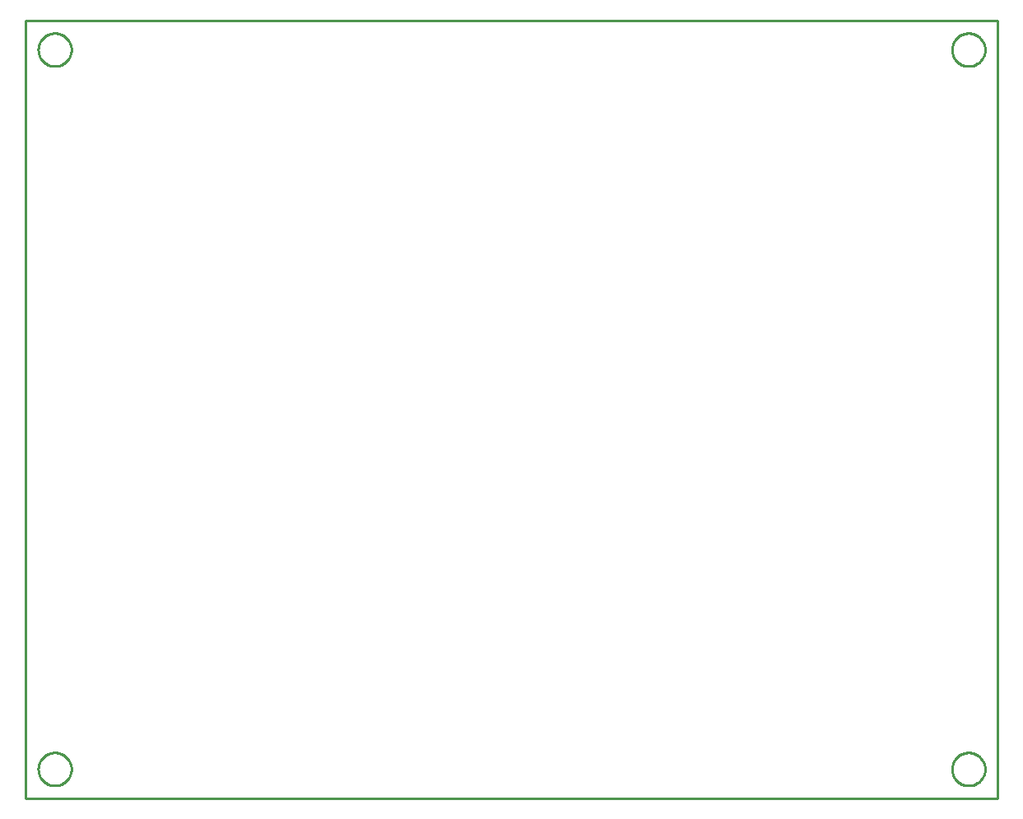
<source format=gbr>
G04 EAGLE Gerber RS-274X export*
G75*
%MOMM*%
%FSLAX34Y34*%
%LPD*%
%IN*%
%IPPOS*%
%AMOC8*
5,1,8,0,0,1.08239X$1,22.5*%
G01*
%ADD10C,0.000000*%
%ADD11C,0.254000*%


D10*
X0Y0D02*
X1000000Y0D01*
X1000000Y800000D01*
X0Y800000D01*
X0Y0D01*
X953000Y770000D02*
X953005Y770417D01*
X953020Y770834D01*
X953046Y771251D01*
X953082Y771666D01*
X953128Y772081D01*
X953184Y772494D01*
X953250Y772906D01*
X953327Y773317D01*
X953413Y773725D01*
X953509Y774131D01*
X953616Y774534D01*
X953732Y774935D01*
X953858Y775333D01*
X953994Y775727D01*
X954139Y776118D01*
X954294Y776506D01*
X954458Y776889D01*
X954632Y777268D01*
X954815Y777643D01*
X955007Y778014D01*
X955209Y778379D01*
X955419Y778740D01*
X955637Y779095D01*
X955865Y779445D01*
X956101Y779789D01*
X956345Y780127D01*
X956598Y780459D01*
X956859Y780785D01*
X957127Y781104D01*
X957404Y781417D01*
X957688Y781722D01*
X957979Y782021D01*
X958278Y782312D01*
X958583Y782596D01*
X958896Y782873D01*
X959215Y783141D01*
X959541Y783402D01*
X959873Y783655D01*
X960211Y783899D01*
X960555Y784135D01*
X960905Y784363D01*
X961260Y784581D01*
X961621Y784791D01*
X961986Y784993D01*
X962357Y785185D01*
X962732Y785368D01*
X963111Y785542D01*
X963494Y785706D01*
X963882Y785861D01*
X964273Y786006D01*
X964667Y786142D01*
X965065Y786268D01*
X965466Y786384D01*
X965869Y786491D01*
X966275Y786587D01*
X966683Y786673D01*
X967094Y786750D01*
X967506Y786816D01*
X967919Y786872D01*
X968334Y786918D01*
X968749Y786954D01*
X969166Y786980D01*
X969583Y786995D01*
X970000Y787000D01*
X970417Y786995D01*
X970834Y786980D01*
X971251Y786954D01*
X971666Y786918D01*
X972081Y786872D01*
X972494Y786816D01*
X972906Y786750D01*
X973317Y786673D01*
X973725Y786587D01*
X974131Y786491D01*
X974534Y786384D01*
X974935Y786268D01*
X975333Y786142D01*
X975727Y786006D01*
X976118Y785861D01*
X976506Y785706D01*
X976889Y785542D01*
X977268Y785368D01*
X977643Y785185D01*
X978014Y784993D01*
X978379Y784791D01*
X978740Y784581D01*
X979095Y784363D01*
X979445Y784135D01*
X979789Y783899D01*
X980127Y783655D01*
X980459Y783402D01*
X980785Y783141D01*
X981104Y782873D01*
X981417Y782596D01*
X981722Y782312D01*
X982021Y782021D01*
X982312Y781722D01*
X982596Y781417D01*
X982873Y781104D01*
X983141Y780785D01*
X983402Y780459D01*
X983655Y780127D01*
X983899Y779789D01*
X984135Y779445D01*
X984363Y779095D01*
X984581Y778740D01*
X984791Y778379D01*
X984993Y778014D01*
X985185Y777643D01*
X985368Y777268D01*
X985542Y776889D01*
X985706Y776506D01*
X985861Y776118D01*
X986006Y775727D01*
X986142Y775333D01*
X986268Y774935D01*
X986384Y774534D01*
X986491Y774131D01*
X986587Y773725D01*
X986673Y773317D01*
X986750Y772906D01*
X986816Y772494D01*
X986872Y772081D01*
X986918Y771666D01*
X986954Y771251D01*
X986980Y770834D01*
X986995Y770417D01*
X987000Y770000D01*
X986995Y769583D01*
X986980Y769166D01*
X986954Y768749D01*
X986918Y768334D01*
X986872Y767919D01*
X986816Y767506D01*
X986750Y767094D01*
X986673Y766683D01*
X986587Y766275D01*
X986491Y765869D01*
X986384Y765466D01*
X986268Y765065D01*
X986142Y764667D01*
X986006Y764273D01*
X985861Y763882D01*
X985706Y763494D01*
X985542Y763111D01*
X985368Y762732D01*
X985185Y762357D01*
X984993Y761986D01*
X984791Y761621D01*
X984581Y761260D01*
X984363Y760905D01*
X984135Y760555D01*
X983899Y760211D01*
X983655Y759873D01*
X983402Y759541D01*
X983141Y759215D01*
X982873Y758896D01*
X982596Y758583D01*
X982312Y758278D01*
X982021Y757979D01*
X981722Y757688D01*
X981417Y757404D01*
X981104Y757127D01*
X980785Y756859D01*
X980459Y756598D01*
X980127Y756345D01*
X979789Y756101D01*
X979445Y755865D01*
X979095Y755637D01*
X978740Y755419D01*
X978379Y755209D01*
X978014Y755007D01*
X977643Y754815D01*
X977268Y754632D01*
X976889Y754458D01*
X976506Y754294D01*
X976118Y754139D01*
X975727Y753994D01*
X975333Y753858D01*
X974935Y753732D01*
X974534Y753616D01*
X974131Y753509D01*
X973725Y753413D01*
X973317Y753327D01*
X972906Y753250D01*
X972494Y753184D01*
X972081Y753128D01*
X971666Y753082D01*
X971251Y753046D01*
X970834Y753020D01*
X970417Y753005D01*
X970000Y753000D01*
X969583Y753005D01*
X969166Y753020D01*
X968749Y753046D01*
X968334Y753082D01*
X967919Y753128D01*
X967506Y753184D01*
X967094Y753250D01*
X966683Y753327D01*
X966275Y753413D01*
X965869Y753509D01*
X965466Y753616D01*
X965065Y753732D01*
X964667Y753858D01*
X964273Y753994D01*
X963882Y754139D01*
X963494Y754294D01*
X963111Y754458D01*
X962732Y754632D01*
X962357Y754815D01*
X961986Y755007D01*
X961621Y755209D01*
X961260Y755419D01*
X960905Y755637D01*
X960555Y755865D01*
X960211Y756101D01*
X959873Y756345D01*
X959541Y756598D01*
X959215Y756859D01*
X958896Y757127D01*
X958583Y757404D01*
X958278Y757688D01*
X957979Y757979D01*
X957688Y758278D01*
X957404Y758583D01*
X957127Y758896D01*
X956859Y759215D01*
X956598Y759541D01*
X956345Y759873D01*
X956101Y760211D01*
X955865Y760555D01*
X955637Y760905D01*
X955419Y761260D01*
X955209Y761621D01*
X955007Y761986D01*
X954815Y762357D01*
X954632Y762732D01*
X954458Y763111D01*
X954294Y763494D01*
X954139Y763882D01*
X953994Y764273D01*
X953858Y764667D01*
X953732Y765065D01*
X953616Y765466D01*
X953509Y765869D01*
X953413Y766275D01*
X953327Y766683D01*
X953250Y767094D01*
X953184Y767506D01*
X953128Y767919D01*
X953082Y768334D01*
X953046Y768749D01*
X953020Y769166D01*
X953005Y769583D01*
X953000Y770000D01*
X953000Y30000D02*
X953005Y30417D01*
X953020Y30834D01*
X953046Y31251D01*
X953082Y31666D01*
X953128Y32081D01*
X953184Y32494D01*
X953250Y32906D01*
X953327Y33317D01*
X953413Y33725D01*
X953509Y34131D01*
X953616Y34534D01*
X953732Y34935D01*
X953858Y35333D01*
X953994Y35727D01*
X954139Y36118D01*
X954294Y36506D01*
X954458Y36889D01*
X954632Y37268D01*
X954815Y37643D01*
X955007Y38014D01*
X955209Y38379D01*
X955419Y38740D01*
X955637Y39095D01*
X955865Y39445D01*
X956101Y39789D01*
X956345Y40127D01*
X956598Y40459D01*
X956859Y40785D01*
X957127Y41104D01*
X957404Y41417D01*
X957688Y41722D01*
X957979Y42021D01*
X958278Y42312D01*
X958583Y42596D01*
X958896Y42873D01*
X959215Y43141D01*
X959541Y43402D01*
X959873Y43655D01*
X960211Y43899D01*
X960555Y44135D01*
X960905Y44363D01*
X961260Y44581D01*
X961621Y44791D01*
X961986Y44993D01*
X962357Y45185D01*
X962732Y45368D01*
X963111Y45542D01*
X963494Y45706D01*
X963882Y45861D01*
X964273Y46006D01*
X964667Y46142D01*
X965065Y46268D01*
X965466Y46384D01*
X965869Y46491D01*
X966275Y46587D01*
X966683Y46673D01*
X967094Y46750D01*
X967506Y46816D01*
X967919Y46872D01*
X968334Y46918D01*
X968749Y46954D01*
X969166Y46980D01*
X969583Y46995D01*
X970000Y47000D01*
X970417Y46995D01*
X970834Y46980D01*
X971251Y46954D01*
X971666Y46918D01*
X972081Y46872D01*
X972494Y46816D01*
X972906Y46750D01*
X973317Y46673D01*
X973725Y46587D01*
X974131Y46491D01*
X974534Y46384D01*
X974935Y46268D01*
X975333Y46142D01*
X975727Y46006D01*
X976118Y45861D01*
X976506Y45706D01*
X976889Y45542D01*
X977268Y45368D01*
X977643Y45185D01*
X978014Y44993D01*
X978379Y44791D01*
X978740Y44581D01*
X979095Y44363D01*
X979445Y44135D01*
X979789Y43899D01*
X980127Y43655D01*
X980459Y43402D01*
X980785Y43141D01*
X981104Y42873D01*
X981417Y42596D01*
X981722Y42312D01*
X982021Y42021D01*
X982312Y41722D01*
X982596Y41417D01*
X982873Y41104D01*
X983141Y40785D01*
X983402Y40459D01*
X983655Y40127D01*
X983899Y39789D01*
X984135Y39445D01*
X984363Y39095D01*
X984581Y38740D01*
X984791Y38379D01*
X984993Y38014D01*
X985185Y37643D01*
X985368Y37268D01*
X985542Y36889D01*
X985706Y36506D01*
X985861Y36118D01*
X986006Y35727D01*
X986142Y35333D01*
X986268Y34935D01*
X986384Y34534D01*
X986491Y34131D01*
X986587Y33725D01*
X986673Y33317D01*
X986750Y32906D01*
X986816Y32494D01*
X986872Y32081D01*
X986918Y31666D01*
X986954Y31251D01*
X986980Y30834D01*
X986995Y30417D01*
X987000Y30000D01*
X986995Y29583D01*
X986980Y29166D01*
X986954Y28749D01*
X986918Y28334D01*
X986872Y27919D01*
X986816Y27506D01*
X986750Y27094D01*
X986673Y26683D01*
X986587Y26275D01*
X986491Y25869D01*
X986384Y25466D01*
X986268Y25065D01*
X986142Y24667D01*
X986006Y24273D01*
X985861Y23882D01*
X985706Y23494D01*
X985542Y23111D01*
X985368Y22732D01*
X985185Y22357D01*
X984993Y21986D01*
X984791Y21621D01*
X984581Y21260D01*
X984363Y20905D01*
X984135Y20555D01*
X983899Y20211D01*
X983655Y19873D01*
X983402Y19541D01*
X983141Y19215D01*
X982873Y18896D01*
X982596Y18583D01*
X982312Y18278D01*
X982021Y17979D01*
X981722Y17688D01*
X981417Y17404D01*
X981104Y17127D01*
X980785Y16859D01*
X980459Y16598D01*
X980127Y16345D01*
X979789Y16101D01*
X979445Y15865D01*
X979095Y15637D01*
X978740Y15419D01*
X978379Y15209D01*
X978014Y15007D01*
X977643Y14815D01*
X977268Y14632D01*
X976889Y14458D01*
X976506Y14294D01*
X976118Y14139D01*
X975727Y13994D01*
X975333Y13858D01*
X974935Y13732D01*
X974534Y13616D01*
X974131Y13509D01*
X973725Y13413D01*
X973317Y13327D01*
X972906Y13250D01*
X972494Y13184D01*
X972081Y13128D01*
X971666Y13082D01*
X971251Y13046D01*
X970834Y13020D01*
X970417Y13005D01*
X970000Y13000D01*
X969583Y13005D01*
X969166Y13020D01*
X968749Y13046D01*
X968334Y13082D01*
X967919Y13128D01*
X967506Y13184D01*
X967094Y13250D01*
X966683Y13327D01*
X966275Y13413D01*
X965869Y13509D01*
X965466Y13616D01*
X965065Y13732D01*
X964667Y13858D01*
X964273Y13994D01*
X963882Y14139D01*
X963494Y14294D01*
X963111Y14458D01*
X962732Y14632D01*
X962357Y14815D01*
X961986Y15007D01*
X961621Y15209D01*
X961260Y15419D01*
X960905Y15637D01*
X960555Y15865D01*
X960211Y16101D01*
X959873Y16345D01*
X959541Y16598D01*
X959215Y16859D01*
X958896Y17127D01*
X958583Y17404D01*
X958278Y17688D01*
X957979Y17979D01*
X957688Y18278D01*
X957404Y18583D01*
X957127Y18896D01*
X956859Y19215D01*
X956598Y19541D01*
X956345Y19873D01*
X956101Y20211D01*
X955865Y20555D01*
X955637Y20905D01*
X955419Y21260D01*
X955209Y21621D01*
X955007Y21986D01*
X954815Y22357D01*
X954632Y22732D01*
X954458Y23111D01*
X954294Y23494D01*
X954139Y23882D01*
X953994Y24273D01*
X953858Y24667D01*
X953732Y25065D01*
X953616Y25466D01*
X953509Y25869D01*
X953413Y26275D01*
X953327Y26683D01*
X953250Y27094D01*
X953184Y27506D01*
X953128Y27919D01*
X953082Y28334D01*
X953046Y28749D01*
X953020Y29166D01*
X953005Y29583D01*
X953000Y30000D01*
X13000Y770000D02*
X13005Y770417D01*
X13020Y770834D01*
X13046Y771251D01*
X13082Y771666D01*
X13128Y772081D01*
X13184Y772494D01*
X13250Y772906D01*
X13327Y773317D01*
X13413Y773725D01*
X13509Y774131D01*
X13616Y774534D01*
X13732Y774935D01*
X13858Y775333D01*
X13994Y775727D01*
X14139Y776118D01*
X14294Y776506D01*
X14458Y776889D01*
X14632Y777268D01*
X14815Y777643D01*
X15007Y778014D01*
X15209Y778379D01*
X15419Y778740D01*
X15637Y779095D01*
X15865Y779445D01*
X16101Y779789D01*
X16345Y780127D01*
X16598Y780459D01*
X16859Y780785D01*
X17127Y781104D01*
X17404Y781417D01*
X17688Y781722D01*
X17979Y782021D01*
X18278Y782312D01*
X18583Y782596D01*
X18896Y782873D01*
X19215Y783141D01*
X19541Y783402D01*
X19873Y783655D01*
X20211Y783899D01*
X20555Y784135D01*
X20905Y784363D01*
X21260Y784581D01*
X21621Y784791D01*
X21986Y784993D01*
X22357Y785185D01*
X22732Y785368D01*
X23111Y785542D01*
X23494Y785706D01*
X23882Y785861D01*
X24273Y786006D01*
X24667Y786142D01*
X25065Y786268D01*
X25466Y786384D01*
X25869Y786491D01*
X26275Y786587D01*
X26683Y786673D01*
X27094Y786750D01*
X27506Y786816D01*
X27919Y786872D01*
X28334Y786918D01*
X28749Y786954D01*
X29166Y786980D01*
X29583Y786995D01*
X30000Y787000D01*
X30417Y786995D01*
X30834Y786980D01*
X31251Y786954D01*
X31666Y786918D01*
X32081Y786872D01*
X32494Y786816D01*
X32906Y786750D01*
X33317Y786673D01*
X33725Y786587D01*
X34131Y786491D01*
X34534Y786384D01*
X34935Y786268D01*
X35333Y786142D01*
X35727Y786006D01*
X36118Y785861D01*
X36506Y785706D01*
X36889Y785542D01*
X37268Y785368D01*
X37643Y785185D01*
X38014Y784993D01*
X38379Y784791D01*
X38740Y784581D01*
X39095Y784363D01*
X39445Y784135D01*
X39789Y783899D01*
X40127Y783655D01*
X40459Y783402D01*
X40785Y783141D01*
X41104Y782873D01*
X41417Y782596D01*
X41722Y782312D01*
X42021Y782021D01*
X42312Y781722D01*
X42596Y781417D01*
X42873Y781104D01*
X43141Y780785D01*
X43402Y780459D01*
X43655Y780127D01*
X43899Y779789D01*
X44135Y779445D01*
X44363Y779095D01*
X44581Y778740D01*
X44791Y778379D01*
X44993Y778014D01*
X45185Y777643D01*
X45368Y777268D01*
X45542Y776889D01*
X45706Y776506D01*
X45861Y776118D01*
X46006Y775727D01*
X46142Y775333D01*
X46268Y774935D01*
X46384Y774534D01*
X46491Y774131D01*
X46587Y773725D01*
X46673Y773317D01*
X46750Y772906D01*
X46816Y772494D01*
X46872Y772081D01*
X46918Y771666D01*
X46954Y771251D01*
X46980Y770834D01*
X46995Y770417D01*
X47000Y770000D01*
X46995Y769583D01*
X46980Y769166D01*
X46954Y768749D01*
X46918Y768334D01*
X46872Y767919D01*
X46816Y767506D01*
X46750Y767094D01*
X46673Y766683D01*
X46587Y766275D01*
X46491Y765869D01*
X46384Y765466D01*
X46268Y765065D01*
X46142Y764667D01*
X46006Y764273D01*
X45861Y763882D01*
X45706Y763494D01*
X45542Y763111D01*
X45368Y762732D01*
X45185Y762357D01*
X44993Y761986D01*
X44791Y761621D01*
X44581Y761260D01*
X44363Y760905D01*
X44135Y760555D01*
X43899Y760211D01*
X43655Y759873D01*
X43402Y759541D01*
X43141Y759215D01*
X42873Y758896D01*
X42596Y758583D01*
X42312Y758278D01*
X42021Y757979D01*
X41722Y757688D01*
X41417Y757404D01*
X41104Y757127D01*
X40785Y756859D01*
X40459Y756598D01*
X40127Y756345D01*
X39789Y756101D01*
X39445Y755865D01*
X39095Y755637D01*
X38740Y755419D01*
X38379Y755209D01*
X38014Y755007D01*
X37643Y754815D01*
X37268Y754632D01*
X36889Y754458D01*
X36506Y754294D01*
X36118Y754139D01*
X35727Y753994D01*
X35333Y753858D01*
X34935Y753732D01*
X34534Y753616D01*
X34131Y753509D01*
X33725Y753413D01*
X33317Y753327D01*
X32906Y753250D01*
X32494Y753184D01*
X32081Y753128D01*
X31666Y753082D01*
X31251Y753046D01*
X30834Y753020D01*
X30417Y753005D01*
X30000Y753000D01*
X29583Y753005D01*
X29166Y753020D01*
X28749Y753046D01*
X28334Y753082D01*
X27919Y753128D01*
X27506Y753184D01*
X27094Y753250D01*
X26683Y753327D01*
X26275Y753413D01*
X25869Y753509D01*
X25466Y753616D01*
X25065Y753732D01*
X24667Y753858D01*
X24273Y753994D01*
X23882Y754139D01*
X23494Y754294D01*
X23111Y754458D01*
X22732Y754632D01*
X22357Y754815D01*
X21986Y755007D01*
X21621Y755209D01*
X21260Y755419D01*
X20905Y755637D01*
X20555Y755865D01*
X20211Y756101D01*
X19873Y756345D01*
X19541Y756598D01*
X19215Y756859D01*
X18896Y757127D01*
X18583Y757404D01*
X18278Y757688D01*
X17979Y757979D01*
X17688Y758278D01*
X17404Y758583D01*
X17127Y758896D01*
X16859Y759215D01*
X16598Y759541D01*
X16345Y759873D01*
X16101Y760211D01*
X15865Y760555D01*
X15637Y760905D01*
X15419Y761260D01*
X15209Y761621D01*
X15007Y761986D01*
X14815Y762357D01*
X14632Y762732D01*
X14458Y763111D01*
X14294Y763494D01*
X14139Y763882D01*
X13994Y764273D01*
X13858Y764667D01*
X13732Y765065D01*
X13616Y765466D01*
X13509Y765869D01*
X13413Y766275D01*
X13327Y766683D01*
X13250Y767094D01*
X13184Y767506D01*
X13128Y767919D01*
X13082Y768334D01*
X13046Y768749D01*
X13020Y769166D01*
X13005Y769583D01*
X13000Y770000D01*
X13000Y30000D02*
X13005Y30417D01*
X13020Y30834D01*
X13046Y31251D01*
X13082Y31666D01*
X13128Y32081D01*
X13184Y32494D01*
X13250Y32906D01*
X13327Y33317D01*
X13413Y33725D01*
X13509Y34131D01*
X13616Y34534D01*
X13732Y34935D01*
X13858Y35333D01*
X13994Y35727D01*
X14139Y36118D01*
X14294Y36506D01*
X14458Y36889D01*
X14632Y37268D01*
X14815Y37643D01*
X15007Y38014D01*
X15209Y38379D01*
X15419Y38740D01*
X15637Y39095D01*
X15865Y39445D01*
X16101Y39789D01*
X16345Y40127D01*
X16598Y40459D01*
X16859Y40785D01*
X17127Y41104D01*
X17404Y41417D01*
X17688Y41722D01*
X17979Y42021D01*
X18278Y42312D01*
X18583Y42596D01*
X18896Y42873D01*
X19215Y43141D01*
X19541Y43402D01*
X19873Y43655D01*
X20211Y43899D01*
X20555Y44135D01*
X20905Y44363D01*
X21260Y44581D01*
X21621Y44791D01*
X21986Y44993D01*
X22357Y45185D01*
X22732Y45368D01*
X23111Y45542D01*
X23494Y45706D01*
X23882Y45861D01*
X24273Y46006D01*
X24667Y46142D01*
X25065Y46268D01*
X25466Y46384D01*
X25869Y46491D01*
X26275Y46587D01*
X26683Y46673D01*
X27094Y46750D01*
X27506Y46816D01*
X27919Y46872D01*
X28334Y46918D01*
X28749Y46954D01*
X29166Y46980D01*
X29583Y46995D01*
X30000Y47000D01*
X30417Y46995D01*
X30834Y46980D01*
X31251Y46954D01*
X31666Y46918D01*
X32081Y46872D01*
X32494Y46816D01*
X32906Y46750D01*
X33317Y46673D01*
X33725Y46587D01*
X34131Y46491D01*
X34534Y46384D01*
X34935Y46268D01*
X35333Y46142D01*
X35727Y46006D01*
X36118Y45861D01*
X36506Y45706D01*
X36889Y45542D01*
X37268Y45368D01*
X37643Y45185D01*
X38014Y44993D01*
X38379Y44791D01*
X38740Y44581D01*
X39095Y44363D01*
X39445Y44135D01*
X39789Y43899D01*
X40127Y43655D01*
X40459Y43402D01*
X40785Y43141D01*
X41104Y42873D01*
X41417Y42596D01*
X41722Y42312D01*
X42021Y42021D01*
X42312Y41722D01*
X42596Y41417D01*
X42873Y41104D01*
X43141Y40785D01*
X43402Y40459D01*
X43655Y40127D01*
X43899Y39789D01*
X44135Y39445D01*
X44363Y39095D01*
X44581Y38740D01*
X44791Y38379D01*
X44993Y38014D01*
X45185Y37643D01*
X45368Y37268D01*
X45542Y36889D01*
X45706Y36506D01*
X45861Y36118D01*
X46006Y35727D01*
X46142Y35333D01*
X46268Y34935D01*
X46384Y34534D01*
X46491Y34131D01*
X46587Y33725D01*
X46673Y33317D01*
X46750Y32906D01*
X46816Y32494D01*
X46872Y32081D01*
X46918Y31666D01*
X46954Y31251D01*
X46980Y30834D01*
X46995Y30417D01*
X47000Y30000D01*
X46995Y29583D01*
X46980Y29166D01*
X46954Y28749D01*
X46918Y28334D01*
X46872Y27919D01*
X46816Y27506D01*
X46750Y27094D01*
X46673Y26683D01*
X46587Y26275D01*
X46491Y25869D01*
X46384Y25466D01*
X46268Y25065D01*
X46142Y24667D01*
X46006Y24273D01*
X45861Y23882D01*
X45706Y23494D01*
X45542Y23111D01*
X45368Y22732D01*
X45185Y22357D01*
X44993Y21986D01*
X44791Y21621D01*
X44581Y21260D01*
X44363Y20905D01*
X44135Y20555D01*
X43899Y20211D01*
X43655Y19873D01*
X43402Y19541D01*
X43141Y19215D01*
X42873Y18896D01*
X42596Y18583D01*
X42312Y18278D01*
X42021Y17979D01*
X41722Y17688D01*
X41417Y17404D01*
X41104Y17127D01*
X40785Y16859D01*
X40459Y16598D01*
X40127Y16345D01*
X39789Y16101D01*
X39445Y15865D01*
X39095Y15637D01*
X38740Y15419D01*
X38379Y15209D01*
X38014Y15007D01*
X37643Y14815D01*
X37268Y14632D01*
X36889Y14458D01*
X36506Y14294D01*
X36118Y14139D01*
X35727Y13994D01*
X35333Y13858D01*
X34935Y13732D01*
X34534Y13616D01*
X34131Y13509D01*
X33725Y13413D01*
X33317Y13327D01*
X32906Y13250D01*
X32494Y13184D01*
X32081Y13128D01*
X31666Y13082D01*
X31251Y13046D01*
X30834Y13020D01*
X30417Y13005D01*
X30000Y13000D01*
X29583Y13005D01*
X29166Y13020D01*
X28749Y13046D01*
X28334Y13082D01*
X27919Y13128D01*
X27506Y13184D01*
X27094Y13250D01*
X26683Y13327D01*
X26275Y13413D01*
X25869Y13509D01*
X25466Y13616D01*
X25065Y13732D01*
X24667Y13858D01*
X24273Y13994D01*
X23882Y14139D01*
X23494Y14294D01*
X23111Y14458D01*
X22732Y14632D01*
X22357Y14815D01*
X21986Y15007D01*
X21621Y15209D01*
X21260Y15419D01*
X20905Y15637D01*
X20555Y15865D01*
X20211Y16101D01*
X19873Y16345D01*
X19541Y16598D01*
X19215Y16859D01*
X18896Y17127D01*
X18583Y17404D01*
X18278Y17688D01*
X17979Y17979D01*
X17688Y18278D01*
X17404Y18583D01*
X17127Y18896D01*
X16859Y19215D01*
X16598Y19541D01*
X16345Y19873D01*
X16101Y20211D01*
X15865Y20555D01*
X15637Y20905D01*
X15419Y21260D01*
X15209Y21621D01*
X15007Y21986D01*
X14815Y22357D01*
X14632Y22732D01*
X14458Y23111D01*
X14294Y23494D01*
X14139Y23882D01*
X13994Y24273D01*
X13858Y24667D01*
X13732Y25065D01*
X13616Y25466D01*
X13509Y25869D01*
X13413Y26275D01*
X13327Y26683D01*
X13250Y27094D01*
X13184Y27506D01*
X13128Y27919D01*
X13082Y28334D01*
X13046Y28749D01*
X13020Y29166D01*
X13005Y29583D01*
X13000Y30000D01*
D11*
X0Y0D02*
X1000000Y0D01*
X1000000Y800000D01*
X0Y800000D01*
X0Y0D01*
X987000Y769443D02*
X986927Y768333D01*
X986782Y767229D01*
X986565Y766138D01*
X986277Y765063D01*
X985919Y764009D01*
X985493Y762980D01*
X985001Y761982D01*
X984444Y761018D01*
X983826Y760093D01*
X983148Y759210D01*
X982414Y758373D01*
X981627Y757586D01*
X980790Y756852D01*
X979907Y756174D01*
X978982Y755556D01*
X978018Y754999D01*
X977020Y754507D01*
X975991Y754081D01*
X974937Y753723D01*
X973862Y753435D01*
X972771Y753218D01*
X971667Y753073D01*
X970557Y753000D01*
X969443Y753000D01*
X968333Y753073D01*
X967229Y753218D01*
X966138Y753435D01*
X965063Y753723D01*
X964009Y754081D01*
X962980Y754507D01*
X961982Y754999D01*
X961018Y755556D01*
X960093Y756174D01*
X959210Y756852D01*
X958373Y757586D01*
X957586Y758373D01*
X956852Y759210D01*
X956174Y760093D01*
X955556Y761018D01*
X954999Y761982D01*
X954507Y762980D01*
X954081Y764009D01*
X953723Y765063D01*
X953435Y766138D01*
X953218Y767229D01*
X953073Y768333D01*
X953000Y769443D01*
X953000Y770557D01*
X953073Y771667D01*
X953218Y772771D01*
X953435Y773862D01*
X953723Y774937D01*
X954081Y775991D01*
X954507Y777020D01*
X954999Y778018D01*
X955556Y778982D01*
X956174Y779907D01*
X956852Y780790D01*
X957586Y781627D01*
X958373Y782414D01*
X959210Y783148D01*
X960093Y783826D01*
X961018Y784444D01*
X961982Y785001D01*
X962980Y785493D01*
X964009Y785919D01*
X965063Y786277D01*
X966138Y786565D01*
X967229Y786782D01*
X968333Y786927D01*
X969443Y787000D01*
X970557Y787000D01*
X971667Y786927D01*
X972771Y786782D01*
X973862Y786565D01*
X974937Y786277D01*
X975991Y785919D01*
X977020Y785493D01*
X978018Y785001D01*
X978982Y784444D01*
X979907Y783826D01*
X980790Y783148D01*
X981627Y782414D01*
X982414Y781627D01*
X983148Y780790D01*
X983826Y779907D01*
X984444Y778982D01*
X985001Y778018D01*
X985493Y777020D01*
X985919Y775991D01*
X986277Y774937D01*
X986565Y773862D01*
X986782Y772771D01*
X986927Y771667D01*
X987000Y770557D01*
X987000Y769443D01*
X987000Y29443D02*
X986927Y28333D01*
X986782Y27229D01*
X986565Y26138D01*
X986277Y25063D01*
X985919Y24009D01*
X985493Y22980D01*
X985001Y21982D01*
X984444Y21018D01*
X983826Y20093D01*
X983148Y19210D01*
X982414Y18373D01*
X981627Y17586D01*
X980790Y16852D01*
X979907Y16174D01*
X978982Y15556D01*
X978018Y14999D01*
X977020Y14507D01*
X975991Y14081D01*
X974937Y13723D01*
X973862Y13435D01*
X972771Y13218D01*
X971667Y13073D01*
X970557Y13000D01*
X969443Y13000D01*
X968333Y13073D01*
X967229Y13218D01*
X966138Y13435D01*
X965063Y13723D01*
X964009Y14081D01*
X962980Y14507D01*
X961982Y14999D01*
X961018Y15556D01*
X960093Y16174D01*
X959210Y16852D01*
X958373Y17586D01*
X957586Y18373D01*
X956852Y19210D01*
X956174Y20093D01*
X955556Y21018D01*
X954999Y21982D01*
X954507Y22980D01*
X954081Y24009D01*
X953723Y25063D01*
X953435Y26138D01*
X953218Y27229D01*
X953073Y28333D01*
X953000Y29443D01*
X953000Y30557D01*
X953073Y31667D01*
X953218Y32771D01*
X953435Y33862D01*
X953723Y34937D01*
X954081Y35991D01*
X954507Y37020D01*
X954999Y38018D01*
X955556Y38982D01*
X956174Y39907D01*
X956852Y40790D01*
X957586Y41627D01*
X958373Y42414D01*
X959210Y43148D01*
X960093Y43826D01*
X961018Y44444D01*
X961982Y45001D01*
X962980Y45493D01*
X964009Y45919D01*
X965063Y46277D01*
X966138Y46565D01*
X967229Y46782D01*
X968333Y46927D01*
X969443Y47000D01*
X970557Y47000D01*
X971667Y46927D01*
X972771Y46782D01*
X973862Y46565D01*
X974937Y46277D01*
X975991Y45919D01*
X977020Y45493D01*
X978018Y45001D01*
X978982Y44444D01*
X979907Y43826D01*
X980790Y43148D01*
X981627Y42414D01*
X982414Y41627D01*
X983148Y40790D01*
X983826Y39907D01*
X984444Y38982D01*
X985001Y38018D01*
X985493Y37020D01*
X985919Y35991D01*
X986277Y34937D01*
X986565Y33862D01*
X986782Y32771D01*
X986927Y31667D01*
X987000Y30557D01*
X987000Y29443D01*
X47000Y769443D02*
X46927Y768333D01*
X46782Y767229D01*
X46565Y766138D01*
X46277Y765063D01*
X45919Y764009D01*
X45493Y762980D01*
X45001Y761982D01*
X44444Y761018D01*
X43826Y760093D01*
X43148Y759210D01*
X42414Y758373D01*
X41627Y757586D01*
X40790Y756852D01*
X39907Y756174D01*
X38982Y755556D01*
X38018Y754999D01*
X37020Y754507D01*
X35991Y754081D01*
X34937Y753723D01*
X33862Y753435D01*
X32771Y753218D01*
X31667Y753073D01*
X30557Y753000D01*
X29443Y753000D01*
X28333Y753073D01*
X27229Y753218D01*
X26138Y753435D01*
X25063Y753723D01*
X24009Y754081D01*
X22980Y754507D01*
X21982Y754999D01*
X21018Y755556D01*
X20093Y756174D01*
X19210Y756852D01*
X18373Y757586D01*
X17586Y758373D01*
X16852Y759210D01*
X16174Y760093D01*
X15556Y761018D01*
X14999Y761982D01*
X14507Y762980D01*
X14081Y764009D01*
X13723Y765063D01*
X13435Y766138D01*
X13218Y767229D01*
X13073Y768333D01*
X13000Y769443D01*
X13000Y770557D01*
X13073Y771667D01*
X13218Y772771D01*
X13435Y773862D01*
X13723Y774937D01*
X14081Y775991D01*
X14507Y777020D01*
X14999Y778018D01*
X15556Y778982D01*
X16174Y779907D01*
X16852Y780790D01*
X17586Y781627D01*
X18373Y782414D01*
X19210Y783148D01*
X20093Y783826D01*
X21018Y784444D01*
X21982Y785001D01*
X22980Y785493D01*
X24009Y785919D01*
X25063Y786277D01*
X26138Y786565D01*
X27229Y786782D01*
X28333Y786927D01*
X29443Y787000D01*
X30557Y787000D01*
X31667Y786927D01*
X32771Y786782D01*
X33862Y786565D01*
X34937Y786277D01*
X35991Y785919D01*
X37020Y785493D01*
X38018Y785001D01*
X38982Y784444D01*
X39907Y783826D01*
X40790Y783148D01*
X41627Y782414D01*
X42414Y781627D01*
X43148Y780790D01*
X43826Y779907D01*
X44444Y778982D01*
X45001Y778018D01*
X45493Y777020D01*
X45919Y775991D01*
X46277Y774937D01*
X46565Y773862D01*
X46782Y772771D01*
X46927Y771667D01*
X47000Y770557D01*
X47000Y769443D01*
X47000Y29443D02*
X46927Y28333D01*
X46782Y27229D01*
X46565Y26138D01*
X46277Y25063D01*
X45919Y24009D01*
X45493Y22980D01*
X45001Y21982D01*
X44444Y21018D01*
X43826Y20093D01*
X43148Y19210D01*
X42414Y18373D01*
X41627Y17586D01*
X40790Y16852D01*
X39907Y16174D01*
X38982Y15556D01*
X38018Y14999D01*
X37020Y14507D01*
X35991Y14081D01*
X34937Y13723D01*
X33862Y13435D01*
X32771Y13218D01*
X31667Y13073D01*
X30557Y13000D01*
X29443Y13000D01*
X28333Y13073D01*
X27229Y13218D01*
X26138Y13435D01*
X25063Y13723D01*
X24009Y14081D01*
X22980Y14507D01*
X21982Y14999D01*
X21018Y15556D01*
X20093Y16174D01*
X19210Y16852D01*
X18373Y17586D01*
X17586Y18373D01*
X16852Y19210D01*
X16174Y20093D01*
X15556Y21018D01*
X14999Y21982D01*
X14507Y22980D01*
X14081Y24009D01*
X13723Y25063D01*
X13435Y26138D01*
X13218Y27229D01*
X13073Y28333D01*
X13000Y29443D01*
X13000Y30557D01*
X13073Y31667D01*
X13218Y32771D01*
X13435Y33862D01*
X13723Y34937D01*
X14081Y35991D01*
X14507Y37020D01*
X14999Y38018D01*
X15556Y38982D01*
X16174Y39907D01*
X16852Y40790D01*
X17586Y41627D01*
X18373Y42414D01*
X19210Y43148D01*
X20093Y43826D01*
X21018Y44444D01*
X21982Y45001D01*
X22980Y45493D01*
X24009Y45919D01*
X25063Y46277D01*
X26138Y46565D01*
X27229Y46782D01*
X28333Y46927D01*
X29443Y47000D01*
X30557Y47000D01*
X31667Y46927D01*
X32771Y46782D01*
X33862Y46565D01*
X34937Y46277D01*
X35991Y45919D01*
X37020Y45493D01*
X38018Y45001D01*
X38982Y44444D01*
X39907Y43826D01*
X40790Y43148D01*
X41627Y42414D01*
X42414Y41627D01*
X43148Y40790D01*
X43826Y39907D01*
X44444Y38982D01*
X45001Y38018D01*
X45493Y37020D01*
X45919Y35991D01*
X46277Y34937D01*
X46565Y33862D01*
X46782Y32771D01*
X46927Y31667D01*
X47000Y30557D01*
X47000Y29443D01*
M02*

</source>
